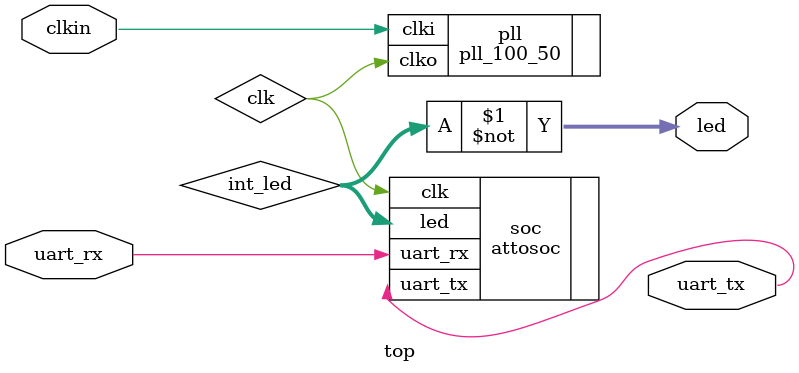
<source format=v>
module top(
    input clkin,
    output [7:0] led,
    output uart_tx,
    input uart_rx,
);

wire clk;
wire [7:0] int_led;

pll_100_50 pll(
    .clki(clkin),
    .clko(clk)
);

attosoc soc(
    .clk(clk),
    .led(int_led),
    .uart_tx(uart_tx),
    .uart_rx(uart_rx)
);

assign led = ~int_led;
endmodule

</source>
